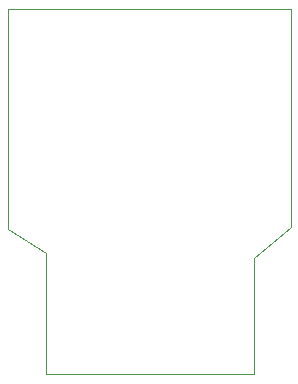
<source format=gm1>
G04 #@! TF.GenerationSoftware,KiCad,Pcbnew,6.0.8-f2edbf62ab~116~ubuntu20.04.1*
G04 #@! TF.CreationDate,2022-10-27T16:24:37+02:00*
G04 #@! TF.ProjectId,S3-44-to-33-FPC,53332d34-342d-4746-9f2d-33332d465043,1.0*
G04 #@! TF.SameCoordinates,Original*
G04 #@! TF.FileFunction,Profile,NP*
%FSLAX46Y46*%
G04 Gerber Fmt 4.6, Leading zero omitted, Abs format (unit mm)*
G04 Created by KiCad (PCBNEW 6.0.8-f2edbf62ab~116~ubuntu20.04.1) date 2022-10-27 16:24:37*
%MOMM*%
%LPD*%
G01*
G04 APERTURE LIST*
G04 #@! TA.AperFunction,Profile*
%ADD10C,0.100000*%
G04 #@! TD*
G04 APERTURE END LIST*
D10*
X104775000Y-108375000D02*
X104775000Y-118600000D01*
X125525000Y-106175000D02*
X125525000Y-87700000D01*
X125525000Y-87700000D02*
X101550000Y-87700000D01*
X101550000Y-106325000D02*
X104775000Y-108375000D01*
X122425000Y-118600000D02*
X122425000Y-108775000D01*
X122425000Y-108775000D02*
X125525000Y-106175000D01*
X104775000Y-118600000D02*
X122425000Y-118600000D01*
X101550000Y-87700000D02*
X101550000Y-106325000D01*
M02*

</source>
